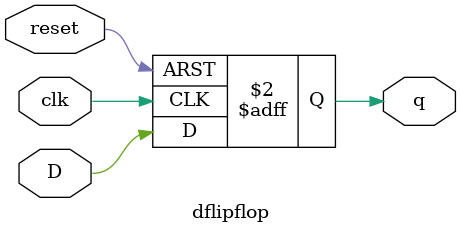
<source format=v>
`timescale 1ns / 1ps


module dflipflop(
    input D,
    input clk,
    input reset,
    output reg q
    );
    
    always @(posedge clk or posedge reset)
    begin
        if (reset)
        begin
            q = 1'b0;  
        end
        else
        begin
            q=D; 
        end
    end 
    
endmodule

</source>
